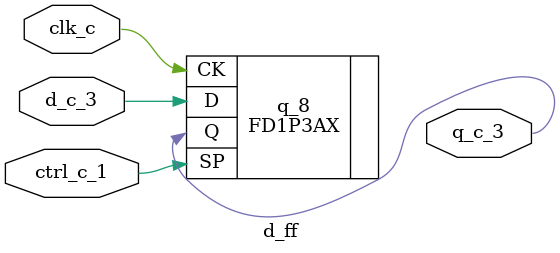
<source format=v>

module shift_reg (d, clk, reset, ctrl, q);   // e:/repositories/rtl_fpga/vhdl/shift_register/shift_reg.vhd(5[8:17])
    input [3:0]d;   // e:/repositories/rtl_fpga/vhdl/shift_register/shift_reg.vhd(8[3:4])
    input clk;   // e:/repositories/rtl_fpga/vhdl/shift_register/shift_reg.vhd(9[4:7])
    input reset;   // e:/repositories/rtl_fpga/vhdl/shift_register/shift_reg.vhd(10[4:9])
    input [1:0]ctrl;   // e:/repositories/rtl_fpga/vhdl/shift_register/shift_reg.vhd(11[4:8])
    output [3:0]q;   // e:/repositories/rtl_fpga/vhdl/shift_register/shift_reg.vhd(12[4:5])
    
    wire clk_c /* synthesis is_clock=1, SET_AS_NETWORK=clk_c */ ;   // e:/repositories/rtl_fpga/vhdl/shift_register/shift_reg.vhd(9[4:7])
    
    wire d_c_3, d_c_2, d_c_1, d_c_0, reset_c, ctrl_c_1, ctrl_c_0, 
        q_c_3, q_c_2, q_c_1, q_c_0, VCC_net, clk_c_enable_2, GND_net, 
        n29;
    
    OB q_pad_3 (.I(q_c_3), .O(q[3]));   // e:/repositories/rtl_fpga/vhdl/shift_register/shift_reg.vhd(12[4:5])
    LUT4 i13_2_lut (.A(ctrl_c_0), .B(ctrl_c_1), .Z(clk_c_enable_2)) /* synthesis lut_function=(A (B)) */ ;   // e:/repositories/rtl_fpga/vhdl/shift_register/shift_reg.vhd(33[2] 37[22])
    defparam i13_2_lut.init = 16'h8888;
    VLO i29 (.Z(GND_net));
    IB d_pad_2 (.I(d[2]), .O(d_c_2));   // e:/repositories/rtl_fpga/vhdl/shift_register/shift_reg.vhd(8[3:4])
    GSR GSR_INST (.GSR(n29));
    d_ff_U2 ff0 (.q_c_0(q_c_0), .clk_c(clk_c), .ctrl_c_0(ctrl_c_0), .d_c_0(d_c_0));   // e:/repositories/rtl_fpga/vhdl/shift_register/shift_reg.vhd(38[7:11])
    IB d_pad_3 (.I(d[3]), .O(d_c_3));   // e:/repositories/rtl_fpga/vhdl/shift_register/shift_reg.vhd(8[3:4])
    d_ff_U1 ff1 (.q_c_1(q_c_1), .clk_c(clk_c), .clk_c_enable_2(clk_c_enable_2), 
            .d_c_1(d_c_1));   // e:/repositories/rtl_fpga/vhdl/shift_register/shift_reg.vhd(44[7:11])
    OB q_pad_0 (.I(q_c_0), .O(q[0]));   // e:/repositories/rtl_fpga/vhdl/shift_register/shift_reg.vhd(12[4:5])
    d_ff_U0 ff2 (.q_c_2(q_c_2), .clk_c(clk_c), .clk_c_enable_2(clk_c_enable_2), 
            .d_c_2(d_c_2));   // e:/repositories/rtl_fpga/vhdl/shift_register/shift_reg.vhd(50[7:11])
    OB q_pad_1 (.I(q_c_1), .O(q[1]));   // e:/repositories/rtl_fpga/vhdl/shift_register/shift_reg.vhd(12[4:5])
    OB q_pad_2 (.I(q_c_2), .O(q[2]));   // e:/repositories/rtl_fpga/vhdl/shift_register/shift_reg.vhd(12[4:5])
    IB d_pad_1 (.I(d[1]), .O(d_c_1));   // e:/repositories/rtl_fpga/vhdl/shift_register/shift_reg.vhd(8[3:4])
    IB d_pad_0 (.I(d[0]), .O(d_c_0));   // e:/repositories/rtl_fpga/vhdl/shift_register/shift_reg.vhd(8[3:4])
    IB clk_pad (.I(clk), .O(clk_c));   // e:/repositories/rtl_fpga/vhdl/shift_register/shift_reg.vhd(9[4:7])
    IB reset_pad (.I(reset), .O(reset_c));   // e:/repositories/rtl_fpga/vhdl/shift_register/shift_reg.vhd(10[4:9])
    IB ctrl_pad_1 (.I(ctrl[1]), .O(ctrl_c_1));   // e:/repositories/rtl_fpga/vhdl/shift_register/shift_reg.vhd(11[4:8])
    IB ctrl_pad_0 (.I(ctrl[0]), .O(ctrl_c_0));   // e:/repositories/rtl_fpga/vhdl/shift_register/shift_reg.vhd(11[4:8])
    d_ff ff3 (.q_c_3(q_c_3), .clk_c(clk_c), .ctrl_c_1(ctrl_c_1), .d_c_3(d_c_3));   // e:/repositories/rtl_fpga/vhdl/shift_register/shift_reg.vhd(56[7:11])
    PUR PUR_INST (.PUR(VCC_net));
    defparam PUR_INST.RST_PULSE = 1;
    LUT4 i20_1_lut (.A(reset_c), .Z(n29)) /* synthesis lut_function=(!(A)) */ ;   // e:/repositories/rtl_fpga/vhdl/shift_register/shift_reg.vhd(10[4:9])
    defparam i20_1_lut.init = 16'h5555;
    VHI i33 (.Z(VCC_net));
    
endmodule
//
// Verilog Description of module d_ff_U2
//

module d_ff_U2 (q_c_0, clk_c, ctrl_c_0, d_c_0);
    output q_c_0;
    input clk_c;
    input ctrl_c_0;
    input d_c_0;
    
    wire clk_c /* synthesis is_clock=1, SET_AS_NETWORK=clk_c */ ;   // e:/repositories/rtl_fpga/vhdl/shift_register/shift_reg.vhd(9[4:7])
    
    FD1P3AX q_8 (.D(d_c_0), .SP(ctrl_c_0), .CK(clk_c), .Q(q_c_0)) /* synthesis LSE_LINE_FILE_ID=21, LSE_LCOL=7, LSE_RCOL=11, LSE_LLINE=38, LSE_RLINE=38 */ ;   // e:/repositories/rtl_fpga/vhdl/shift_register/d_ff.vhd(17[9] 21[16])
    defparam q_8.GSR = "ENABLED";
    
endmodule
//
// Verilog Description of module d_ff_U1
//

module d_ff_U1 (q_c_1, clk_c, clk_c_enable_2, d_c_1);
    output q_c_1;
    input clk_c;
    input clk_c_enable_2;
    input d_c_1;
    
    wire clk_c /* synthesis is_clock=1, SET_AS_NETWORK=clk_c */ ;   // e:/repositories/rtl_fpga/vhdl/shift_register/shift_reg.vhd(9[4:7])
    
    FD1P3AX q_8 (.D(d_c_1), .SP(clk_c_enable_2), .CK(clk_c), .Q(q_c_1)) /* synthesis LSE_LINE_FILE_ID=21, LSE_LCOL=7, LSE_RCOL=11, LSE_LLINE=44, LSE_RLINE=44 */ ;   // e:/repositories/rtl_fpga/vhdl/shift_register/d_ff.vhd(17[9] 21[16])
    defparam q_8.GSR = "ENABLED";
    
endmodule
//
// Verilog Description of module d_ff_U0
//

module d_ff_U0 (q_c_2, clk_c, clk_c_enable_2, d_c_2);
    output q_c_2;
    input clk_c;
    input clk_c_enable_2;
    input d_c_2;
    
    wire clk_c /* synthesis is_clock=1, SET_AS_NETWORK=clk_c */ ;   // e:/repositories/rtl_fpga/vhdl/shift_register/shift_reg.vhd(9[4:7])
    
    FD1P3AX q_8 (.D(d_c_2), .SP(clk_c_enable_2), .CK(clk_c), .Q(q_c_2)) /* synthesis LSE_LINE_FILE_ID=21, LSE_LCOL=7, LSE_RCOL=11, LSE_LLINE=50, LSE_RLINE=50 */ ;   // e:/repositories/rtl_fpga/vhdl/shift_register/d_ff.vhd(17[9] 21[16])
    defparam q_8.GSR = "ENABLED";
    
endmodule
//
// Verilog Description of module d_ff
//

module d_ff (q_c_3, clk_c, ctrl_c_1, d_c_3);
    output q_c_3;
    input clk_c;
    input ctrl_c_1;
    input d_c_3;
    
    wire clk_c /* synthesis is_clock=1, SET_AS_NETWORK=clk_c */ ;   // e:/repositories/rtl_fpga/vhdl/shift_register/shift_reg.vhd(9[4:7])
    
    FD1P3AX q_8 (.D(d_c_3), .SP(ctrl_c_1), .CK(clk_c), .Q(q_c_3)) /* synthesis LSE_LINE_FILE_ID=21, LSE_LCOL=7, LSE_RCOL=11, LSE_LLINE=56, LSE_RLINE=56 */ ;   // e:/repositories/rtl_fpga/vhdl/shift_register/d_ff.vhd(17[9] 21[16])
    defparam q_8.GSR = "ENABLED";
    
endmodule
//
// Verilog Description of module PUR
// module not written out since it is a black-box. 
//


</source>
